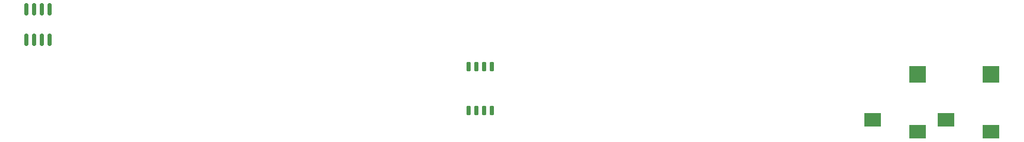
<source format=gbr>
%TF.GenerationSoftware,KiCad,Pcbnew,7.0.9*%
%TF.CreationDate,2023-12-16T00:38:21+01:00*%
%TF.ProjectId,gauge,67617567-652e-46b6-9963-61645f706362,rev?*%
%TF.SameCoordinates,Original*%
%TF.FileFunction,Paste,Top*%
%TF.FilePolarity,Positive*%
%FSLAX46Y46*%
G04 Gerber Fmt 4.6, Leading zero omitted, Abs format (unit mm)*
G04 Created by KiCad (PCBNEW 7.0.9) date 2023-12-16 00:38:21*
%MOMM*%
%LPD*%
G01*
G04 APERTURE LIST*
G04 Aperture macros list*
%AMRoundRect*
0 Rectangle with rounded corners*
0 $1 Rounding radius*
0 $2 $3 $4 $5 $6 $7 $8 $9 X,Y pos of 4 corners*
0 Add a 4 corners polygon primitive as box body*
4,1,4,$2,$3,$4,$5,$6,$7,$8,$9,$2,$3,0*
0 Add four circle primitives for the rounded corners*
1,1,$1+$1,$2,$3*
1,1,$1+$1,$4,$5*
1,1,$1+$1,$6,$7*
1,1,$1+$1,$8,$9*
0 Add four rect primitives between the rounded corners*
20,1,$1+$1,$2,$3,$4,$5,0*
20,1,$1+$1,$4,$5,$6,$7,0*
20,1,$1+$1,$6,$7,$8,$9,0*
20,1,$1+$1,$8,$9,$2,$3,0*%
G04 Aperture macros list end*
%ADD10R,2.800000X2.200000*%
%ADD11R,2.800000X2.800000*%
%ADD12RoundRect,0.150000X0.150000X-0.650000X0.150000X0.650000X-0.150000X0.650000X-0.150000X-0.650000X0*%
%ADD13RoundRect,0.150000X-0.150000X0.825000X-0.150000X-0.825000X0.150000X-0.825000X0.150000X0.825000X0*%
G04 APERTURE END LIST*
D10*
%TO.C,J7*%
X177800000Y-115600000D03*
X185200000Y-117600000D03*
D11*
X185200000Y-108200000D03*
%TD*%
D10*
%TO.C,J5*%
X189800000Y-115600000D03*
X197200000Y-117600000D03*
D11*
X197200000Y-108200000D03*
%TD*%
D12*
%TO.C,U2*%
X111595000Y-114100000D03*
X112865000Y-114100000D03*
X114135000Y-114100000D03*
X115405000Y-114100000D03*
X115405000Y-106900000D03*
X114135000Y-106900000D03*
X112865000Y-106900000D03*
X111595000Y-106900000D03*
%TD*%
D13*
%TO.C,OA2*%
X42905000Y-97525000D03*
X41635000Y-97525000D03*
X40365000Y-97525000D03*
X39095000Y-97525000D03*
X39095000Y-102475000D03*
X40365000Y-102475000D03*
X41635000Y-102475000D03*
X42905000Y-102475000D03*
%TD*%
M02*

</source>
